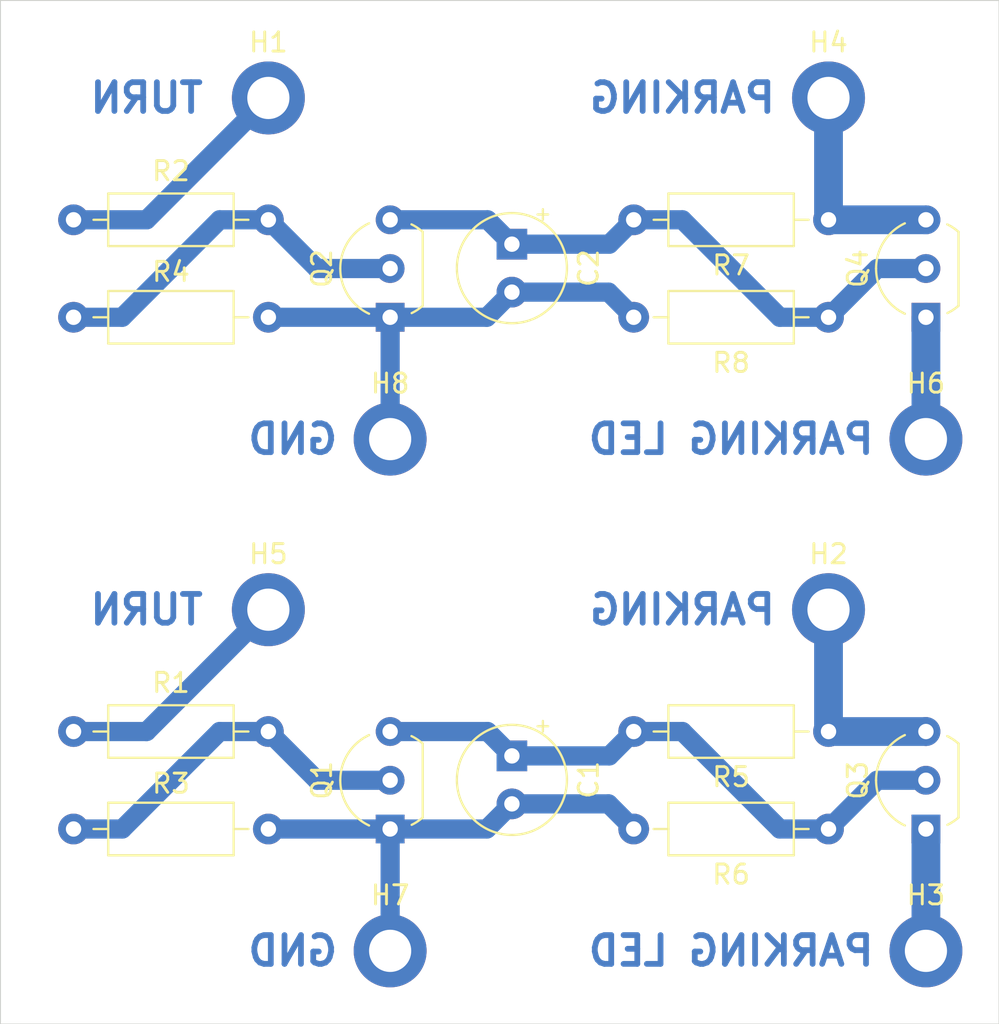
<source format=kicad_pcb>
(kicad_pcb (version 20171130) (host pcbnew "(5.1.10)-1")

  (general
    (thickness 1.6)
    (drawings 13)
    (tracks 50)
    (zones 0)
    (modules 22)
    (nets 13)
  )

  (page A4)
  (layers
    (0 F.Cu signal)
    (31 B.Cu signal)
    (32 B.Adhes user)
    (33 F.Adhes user)
    (34 B.Paste user)
    (35 F.Paste user)
    (36 B.SilkS user)
    (37 F.SilkS user)
    (38 B.Mask user)
    (39 F.Mask user)
    (40 Dwgs.User user)
    (41 Cmts.User user)
    (42 Eco1.User user)
    (43 Eco2.User user)
    (44 Edge.Cuts user)
    (45 Margin user)
    (46 B.CrtYd user hide)
    (47 F.CrtYd user hide)
    (48 B.Fab user hide)
    (49 F.Fab user hide)
  )

  (setup
    (last_trace_width 1)
    (user_trace_width 0.5)
    (user_trace_width 0.75)
    (user_trace_width 1)
    (user_trace_width 1.25)
    (user_trace_width 1.5)
    (user_trace_width 1.75)
    (user_trace_width 2)
    (trace_clearance 0.2)
    (zone_clearance 0.508)
    (zone_45_only no)
    (trace_min 0.2)
    (via_size 0.8)
    (via_drill 0.4)
    (via_min_size 0.4)
    (via_min_drill 0.3)
    (uvia_size 0.3)
    (uvia_drill 0.1)
    (uvias_allowed no)
    (uvia_min_size 0.2)
    (uvia_min_drill 0.1)
    (edge_width 0.05)
    (segment_width 0.2)
    (pcb_text_width 0.3)
    (pcb_text_size 1.5 1.5)
    (mod_edge_width 0.12)
    (mod_text_size 1 1)
    (mod_text_width 0.15)
    (pad_size 1.524 1.524)
    (pad_drill 0.762)
    (pad_to_mask_clearance 0)
    (aux_axis_origin 0 0)
    (visible_elements FFFFFF7F)
    (pcbplotparams
      (layerselection 0x010fc_ffffffff)
      (usegerberextensions false)
      (usegerberattributes true)
      (usegerberadvancedattributes true)
      (creategerberjobfile true)
      (excludeedgelayer true)
      (linewidth 0.100000)
      (plotframeref false)
      (viasonmask false)
      (mode 1)
      (useauxorigin false)
      (hpglpennumber 1)
      (hpglpenspeed 20)
      (hpglpendiameter 15.000000)
      (psnegative false)
      (psa4output false)
      (plotreference true)
      (plotvalue true)
      (plotinvisibletext false)
      (padsonsilk false)
      (subtractmaskfromsilk false)
      (outputformat 1)
      (mirror false)
      (drillshape 1)
      (scaleselection 1)
      (outputdirectory ""))
  )

  (net 0 "")
  (net 1 GND)
  (net 2 "Net-(C1-Pad1)")
  (net 3 "Net-(C2-Pad1)")
  (net 4 "Net-(Q1-Pad2)")
  (net 5 "Net-(Q2-Pad2)")
  (net 6 turn_singnal_in_right)
  (net 7 parking_signal_in_left)
  (net 8 parking_led_left)
  (net 9 parking_signal_in_right)
  (net 10 turn_singnal_in_left)
  (net 11 parking_led_right)
  (net 12 GND1)

  (net_class Default "This is the default net class."
    (clearance 0.2)
    (trace_width 0.25)
    (via_dia 0.8)
    (via_drill 0.4)
    (uvia_dia 0.3)
    (uvia_drill 0.1)
    (add_net GND)
    (add_net GND1)
    (add_net "Net-(C1-Pad1)")
    (add_net "Net-(C2-Pad1)")
    (add_net "Net-(Q1-Pad2)")
    (add_net "Net-(Q2-Pad2)")
    (add_net parking_led_left)
    (add_net parking_led_right)
    (add_net parking_signal_in_left)
    (add_net parking_signal_in_right)
    (add_net turn_singnal_in_left)
    (add_net turn_singnal_in_right)
  )

  (module MountingHole:MountingHole_2.2mm_M2_DIN965_Pad (layer F.Cu) (tedit 56D1B4CB) (tstamp 613A9CEB)
    (at 106.68 119.38)
    (descr "Mounting Hole 2.2mm, M2, DIN965")
    (tags "mounting hole 2.2mm m2 din965")
    (path /613DC69C)
    (attr virtual)
    (fp_text reference H8 (at 0 -2.9) (layer F.SilkS)
      (effects (font (size 1 1) (thickness 0.15)))
    )
    (fp_text value MountingHole_Pad (at 0 2.9) (layer F.Fab)
      (effects (font (size 1 1) (thickness 0.15)))
    )
    (fp_text user %R (at 0.3 0) (layer F.Fab)
      (effects (font (size 1 1) (thickness 0.15)))
    )
    (fp_circle (center 0 0) (end 1.9 0) (layer Cmts.User) (width 0.15))
    (fp_circle (center 0 0) (end 2.15 0) (layer F.CrtYd) (width 0.05))
    (pad 1 thru_hole circle (at 0 0) (size 3.8 3.8) (drill 2.2) (layers *.Cu *.Mask)
      (net 12 GND1))
  )

  (module MountingHole:MountingHole_2.2mm_M2_DIN965_Pad (layer F.Cu) (tedit 56D1B4CB) (tstamp 613A9CE3)
    (at 106.68 146.05)
    (descr "Mounting Hole 2.2mm, M2, DIN965")
    (tags "mounting hole 2.2mm m2 din965")
    (path /613DBB74)
    (attr virtual)
    (fp_text reference H7 (at 0 -2.9) (layer F.SilkS)
      (effects (font (size 1 1) (thickness 0.15)))
    )
    (fp_text value MountingHole_Pad (at 0 2.9) (layer F.Fab)
      (effects (font (size 1 1) (thickness 0.15)))
    )
    (fp_text user %R (at 0.3 0) (layer F.Fab)
      (effects (font (size 1 1) (thickness 0.15)))
    )
    (fp_circle (center 0 0) (end 1.9 0) (layer Cmts.User) (width 0.15))
    (fp_circle (center 0 0) (end 2.15 0) (layer F.CrtYd) (width 0.05))
    (pad 1 thru_hole circle (at 0 0) (size 3.8 3.8) (drill 2.2) (layers *.Cu *.Mask)
      (net 1 GND))
  )

  (module MountingHole:MountingHole_2.2mm_M2_DIN965_Pad (layer F.Cu) (tedit 56D1B4CB) (tstamp 613A8C43)
    (at 134.62 119.38)
    (descr "Mounting Hole 2.2mm, M2, DIN965")
    (tags "mounting hole 2.2mm m2 din965")
    (path /613D4DAF)
    (attr virtual)
    (fp_text reference H6 (at 0 -2.9) (layer F.SilkS)
      (effects (font (size 1 1) (thickness 0.15)))
    )
    (fp_text value MountingHole_Pad (at 0 2.9) (layer F.Fab)
      (effects (font (size 1 1) (thickness 0.15)))
    )
    (fp_text user %R (at 0.3 0) (layer F.Fab)
      (effects (font (size 1 1) (thickness 0.15)))
    )
    (fp_circle (center 0 0) (end 1.9 0) (layer Cmts.User) (width 0.15))
    (fp_circle (center 0 0) (end 2.15 0) (layer F.CrtYd) (width 0.05))
    (pad 1 thru_hole circle (at 0 0) (size 3.8 3.8) (drill 2.2) (layers *.Cu *.Mask)
      (net 11 parking_led_right))
  )

  (module MountingHole:MountingHole_2.2mm_M2_DIN965_Pad (layer F.Cu) (tedit 56D1B4CB) (tstamp 613A8C3B)
    (at 100.33 128.27)
    (descr "Mounting Hole 2.2mm, M2, DIN965")
    (tags "mounting hole 2.2mm m2 din965")
    (path /613D485A)
    (attr virtual)
    (fp_text reference H5 (at 0 -2.9) (layer F.SilkS)
      (effects (font (size 1 1) (thickness 0.15)))
    )
    (fp_text value MountingHole_Pad (at 0 2.9) (layer F.Fab)
      (effects (font (size 1 1) (thickness 0.15)))
    )
    (fp_text user %R (at 0.3 0) (layer F.Fab)
      (effects (font (size 1 1) (thickness 0.15)))
    )
    (fp_circle (center 0 0) (end 1.9 0) (layer Cmts.User) (width 0.15))
    (fp_circle (center 0 0) (end 2.15 0) (layer F.CrtYd) (width 0.05))
    (pad 1 thru_hole circle (at 0 0) (size 3.8 3.8) (drill 2.2) (layers *.Cu *.Mask)
      (net 10 turn_singnal_in_left))
  )

  (module MountingHole:MountingHole_2.2mm_M2_DIN965_Pad (layer F.Cu) (tedit 56D1B4CB) (tstamp 613A8C33)
    (at 129.54 101.6)
    (descr "Mounting Hole 2.2mm, M2, DIN965")
    (tags "mounting hole 2.2mm m2 din965")
    (path /613CEE6C)
    (attr virtual)
    (fp_text reference H4 (at 0 -2.9) (layer F.SilkS)
      (effects (font (size 1 1) (thickness 0.15)))
    )
    (fp_text value MountingHole_Pad (at 0 2.9) (layer F.Fab)
      (effects (font (size 1 1) (thickness 0.15)))
    )
    (fp_text user %R (at 0.3 0) (layer F.Fab)
      (effects (font (size 1 1) (thickness 0.15)))
    )
    (fp_circle (center 0 0) (end 1.9 0) (layer Cmts.User) (width 0.15))
    (fp_circle (center 0 0) (end 2.15 0) (layer F.CrtYd) (width 0.05))
    (pad 1 thru_hole circle (at 0 0) (size 3.8 3.8) (drill 2.2) (layers *.Cu *.Mask)
      (net 9 parking_signal_in_right))
  )

  (module MountingHole:MountingHole_2.2mm_M2_DIN965_Pad (layer F.Cu) (tedit 56D1B4CB) (tstamp 613A8C2B)
    (at 134.62 146.05)
    (descr "Mounting Hole 2.2mm, M2, DIN965")
    (tags "mounting hole 2.2mm m2 din965")
    (path /613D066D)
    (attr virtual)
    (fp_text reference H3 (at 0 -2.9) (layer F.SilkS)
      (effects (font (size 1 1) (thickness 0.15)))
    )
    (fp_text value MountingHole_Pad (at 0 2.9) (layer F.Fab)
      (effects (font (size 1 1) (thickness 0.15)))
    )
    (fp_text user %R (at 0.3 0) (layer F.Fab)
      (effects (font (size 1 1) (thickness 0.15)))
    )
    (fp_circle (center 0 0) (end 1.9 0) (layer Cmts.User) (width 0.15))
    (fp_circle (center 0 0) (end 2.15 0) (layer F.CrtYd) (width 0.05))
    (pad 1 thru_hole circle (at 0 0) (size 3.8 3.8) (drill 2.2) (layers *.Cu *.Mask)
      (net 8 parking_led_left))
  )

  (module MountingHole:MountingHole_2.2mm_M2_DIN965_Pad (layer F.Cu) (tedit 56D1B4CB) (tstamp 613A8C23)
    (at 129.54 128.27)
    (descr "Mounting Hole 2.2mm, M2, DIN965")
    (tags "mounting hole 2.2mm m2 din965")
    (path /613CFB0C)
    (attr virtual)
    (fp_text reference H2 (at 0 -2.9) (layer F.SilkS)
      (effects (font (size 1 1) (thickness 0.15)))
    )
    (fp_text value MountingHole_Pad (at 0 2.9) (layer F.Fab)
      (effects (font (size 1 1) (thickness 0.15)))
    )
    (fp_text user %R (at 0.3 0) (layer F.Fab)
      (effects (font (size 1 1) (thickness 0.15)))
    )
    (fp_circle (center 0 0) (end 1.9 0) (layer Cmts.User) (width 0.15))
    (fp_circle (center 0 0) (end 2.15 0) (layer F.CrtYd) (width 0.05))
    (pad 1 thru_hole circle (at 0 0) (size 3.8 3.8) (drill 2.2) (layers *.Cu *.Mask)
      (net 7 parking_signal_in_left))
  )

  (module MountingHole:MountingHole_2.2mm_M2_DIN965_Pad (layer F.Cu) (tedit 56D1B4CB) (tstamp 613A8C1B)
    (at 100.33 101.6)
    (descr "Mounting Hole 2.2mm, M2, DIN965")
    (tags "mounting hole 2.2mm m2 din965")
    (path /613CE094)
    (attr virtual)
    (fp_text reference H1 (at 0 -2.9) (layer F.SilkS)
      (effects (font (size 1 1) (thickness 0.15)))
    )
    (fp_text value MountingHole_Pad (at 0 2.9) (layer F.Fab)
      (effects (font (size 1 1) (thickness 0.15)))
    )
    (fp_text user %R (at 0.3 0) (layer F.Fab)
      (effects (font (size 1 1) (thickness 0.15)))
    )
    (fp_circle (center 0 0) (end 1.9 0) (layer Cmts.User) (width 0.15))
    (fp_circle (center 0 0) (end 2.15 0) (layer F.CrtYd) (width 0.05))
    (pad 1 thru_hole circle (at 0 0) (size 3.8 3.8) (drill 2.2) (layers *.Cu *.Mask)
      (net 6 turn_singnal_in_right))
  )

  (module Resistor_THT:R_Axial_DIN0207_L6.3mm_D2.5mm_P10.16mm_Horizontal (layer F.Cu) (tedit 5AE5139B) (tstamp 613A7AD5)
    (at 129.54 113.03 180)
    (descr "Resistor, Axial_DIN0207 series, Axial, Horizontal, pin pitch=10.16mm, 0.25W = 1/4W, length*diameter=6.3*2.5mm^2, http://cdn-reichelt.de/documents/datenblatt/B400/1_4W%23YAG.pdf")
    (tags "Resistor Axial_DIN0207 series Axial Horizontal pin pitch 10.16mm 0.25W = 1/4W length 6.3mm diameter 2.5mm")
    (path /613BDBB8)
    (fp_text reference R8 (at 5.08 -2.37) (layer F.SilkS)
      (effects (font (size 1 1) (thickness 0.15)))
    )
    (fp_text value 100K (at 5.08 2.37) (layer F.Fab)
      (effects (font (size 1 1) (thickness 0.15)))
    )
    (fp_text user %R (at 5.08 0) (layer F.Fab)
      (effects (font (size 1 1) (thickness 0.15)))
    )
    (fp_line (start 1.93 -1.25) (end 1.93 1.25) (layer F.Fab) (width 0.1))
    (fp_line (start 1.93 1.25) (end 8.23 1.25) (layer F.Fab) (width 0.1))
    (fp_line (start 8.23 1.25) (end 8.23 -1.25) (layer F.Fab) (width 0.1))
    (fp_line (start 8.23 -1.25) (end 1.93 -1.25) (layer F.Fab) (width 0.1))
    (fp_line (start 0 0) (end 1.93 0) (layer F.Fab) (width 0.1))
    (fp_line (start 10.16 0) (end 8.23 0) (layer F.Fab) (width 0.1))
    (fp_line (start 1.81 -1.37) (end 1.81 1.37) (layer F.SilkS) (width 0.12))
    (fp_line (start 1.81 1.37) (end 8.35 1.37) (layer F.SilkS) (width 0.12))
    (fp_line (start 8.35 1.37) (end 8.35 -1.37) (layer F.SilkS) (width 0.12))
    (fp_line (start 8.35 -1.37) (end 1.81 -1.37) (layer F.SilkS) (width 0.12))
    (fp_line (start 1.04 0) (end 1.81 0) (layer F.SilkS) (width 0.12))
    (fp_line (start 9.12 0) (end 8.35 0) (layer F.SilkS) (width 0.12))
    (fp_line (start -1.05 -1.5) (end -1.05 1.5) (layer F.CrtYd) (width 0.05))
    (fp_line (start -1.05 1.5) (end 11.21 1.5) (layer F.CrtYd) (width 0.05))
    (fp_line (start 11.21 1.5) (end 11.21 -1.5) (layer F.CrtYd) (width 0.05))
    (fp_line (start 11.21 -1.5) (end -1.05 -1.5) (layer F.CrtYd) (width 0.05))
    (pad 2 thru_hole oval (at 10.16 0 180) (size 1.6 1.6) (drill 0.8) (layers *.Cu *.Mask)
      (net 12 GND1))
    (pad 1 thru_hole circle (at 0 0 180) (size 1.6 1.6) (drill 0.8) (layers *.Cu *.Mask)
      (net 3 "Net-(C2-Pad1)"))
    (model ${KISYS3DMOD}/Resistor_THT.3dshapes/R_Axial_DIN0207_L6.3mm_D2.5mm_P10.16mm_Horizontal.wrl
      (at (xyz 0 0 0))
      (scale (xyz 1 1 1))
      (rotate (xyz 0 0 0))
    )
  )

  (module Resistor_THT:R_Axial_DIN0207_L6.3mm_D2.5mm_P10.16mm_Horizontal (layer F.Cu) (tedit 5AE5139B) (tstamp 613A7ABE)
    (at 129.54 107.95 180)
    (descr "Resistor, Axial_DIN0207 series, Axial, Horizontal, pin pitch=10.16mm, 0.25W = 1/4W, length*diameter=6.3*2.5mm^2, http://cdn-reichelt.de/documents/datenblatt/B400/1_4W%23YAG.pdf")
    (tags "Resistor Axial_DIN0207 series Axial Horizontal pin pitch 10.16mm 0.25W = 1/4W length 6.3mm diameter 2.5mm")
    (path /613BDBA3)
    (fp_text reference R7 (at 5.08 -2.37) (layer F.SilkS)
      (effects (font (size 1 1) (thickness 0.15)))
    )
    (fp_text value 10K (at 5.08 2.37) (layer F.Fab)
      (effects (font (size 1 1) (thickness 0.15)))
    )
    (fp_text user %R (at 5.08 0) (layer F.Fab)
      (effects (font (size 1 1) (thickness 0.15)))
    )
    (fp_line (start 1.93 -1.25) (end 1.93 1.25) (layer F.Fab) (width 0.1))
    (fp_line (start 1.93 1.25) (end 8.23 1.25) (layer F.Fab) (width 0.1))
    (fp_line (start 8.23 1.25) (end 8.23 -1.25) (layer F.Fab) (width 0.1))
    (fp_line (start 8.23 -1.25) (end 1.93 -1.25) (layer F.Fab) (width 0.1))
    (fp_line (start 0 0) (end 1.93 0) (layer F.Fab) (width 0.1))
    (fp_line (start 10.16 0) (end 8.23 0) (layer F.Fab) (width 0.1))
    (fp_line (start 1.81 -1.37) (end 1.81 1.37) (layer F.SilkS) (width 0.12))
    (fp_line (start 1.81 1.37) (end 8.35 1.37) (layer F.SilkS) (width 0.12))
    (fp_line (start 8.35 1.37) (end 8.35 -1.37) (layer F.SilkS) (width 0.12))
    (fp_line (start 8.35 -1.37) (end 1.81 -1.37) (layer F.SilkS) (width 0.12))
    (fp_line (start 1.04 0) (end 1.81 0) (layer F.SilkS) (width 0.12))
    (fp_line (start 9.12 0) (end 8.35 0) (layer F.SilkS) (width 0.12))
    (fp_line (start -1.05 -1.5) (end -1.05 1.5) (layer F.CrtYd) (width 0.05))
    (fp_line (start -1.05 1.5) (end 11.21 1.5) (layer F.CrtYd) (width 0.05))
    (fp_line (start 11.21 1.5) (end 11.21 -1.5) (layer F.CrtYd) (width 0.05))
    (fp_line (start 11.21 -1.5) (end -1.05 -1.5) (layer F.CrtYd) (width 0.05))
    (pad 2 thru_hole oval (at 10.16 0 180) (size 1.6 1.6) (drill 0.8) (layers *.Cu *.Mask)
      (net 3 "Net-(C2-Pad1)"))
    (pad 1 thru_hole circle (at 0 0 180) (size 1.6 1.6) (drill 0.8) (layers *.Cu *.Mask)
      (net 9 parking_signal_in_right))
    (model ${KISYS3DMOD}/Resistor_THT.3dshapes/R_Axial_DIN0207_L6.3mm_D2.5mm_P10.16mm_Horizontal.wrl
      (at (xyz 0 0 0))
      (scale (xyz 1 1 1))
      (rotate (xyz 0 0 0))
    )
  )

  (module Resistor_THT:R_Axial_DIN0207_L6.3mm_D2.5mm_P10.16mm_Horizontal (layer F.Cu) (tedit 5AE5139B) (tstamp 613A7AA7)
    (at 129.54 139.7 180)
    (descr "Resistor, Axial_DIN0207 series, Axial, Horizontal, pin pitch=10.16mm, 0.25W = 1/4W, length*diameter=6.3*2.5mm^2, http://cdn-reichelt.de/documents/datenblatt/B400/1_4W%23YAG.pdf")
    (tags "Resistor Axial_DIN0207 series Axial Horizontal pin pitch 10.16mm 0.25W = 1/4W length 6.3mm diameter 2.5mm")
    (path /613A3C93)
    (fp_text reference R6 (at 5.08 -2.37) (layer F.SilkS)
      (effects (font (size 1 1) (thickness 0.15)))
    )
    (fp_text value 100K (at 5.08 2.37) (layer F.Fab)
      (effects (font (size 1 1) (thickness 0.15)))
    )
    (fp_text user %R (at 5.08 0) (layer F.Fab)
      (effects (font (size 1 1) (thickness 0.15)))
    )
    (fp_line (start 1.93 -1.25) (end 1.93 1.25) (layer F.Fab) (width 0.1))
    (fp_line (start 1.93 1.25) (end 8.23 1.25) (layer F.Fab) (width 0.1))
    (fp_line (start 8.23 1.25) (end 8.23 -1.25) (layer F.Fab) (width 0.1))
    (fp_line (start 8.23 -1.25) (end 1.93 -1.25) (layer F.Fab) (width 0.1))
    (fp_line (start 0 0) (end 1.93 0) (layer F.Fab) (width 0.1))
    (fp_line (start 10.16 0) (end 8.23 0) (layer F.Fab) (width 0.1))
    (fp_line (start 1.81 -1.37) (end 1.81 1.37) (layer F.SilkS) (width 0.12))
    (fp_line (start 1.81 1.37) (end 8.35 1.37) (layer F.SilkS) (width 0.12))
    (fp_line (start 8.35 1.37) (end 8.35 -1.37) (layer F.SilkS) (width 0.12))
    (fp_line (start 8.35 -1.37) (end 1.81 -1.37) (layer F.SilkS) (width 0.12))
    (fp_line (start 1.04 0) (end 1.81 0) (layer F.SilkS) (width 0.12))
    (fp_line (start 9.12 0) (end 8.35 0) (layer F.SilkS) (width 0.12))
    (fp_line (start -1.05 -1.5) (end -1.05 1.5) (layer F.CrtYd) (width 0.05))
    (fp_line (start -1.05 1.5) (end 11.21 1.5) (layer F.CrtYd) (width 0.05))
    (fp_line (start 11.21 1.5) (end 11.21 -1.5) (layer F.CrtYd) (width 0.05))
    (fp_line (start 11.21 -1.5) (end -1.05 -1.5) (layer F.CrtYd) (width 0.05))
    (pad 2 thru_hole oval (at 10.16 0 180) (size 1.6 1.6) (drill 0.8) (layers *.Cu *.Mask)
      (net 1 GND))
    (pad 1 thru_hole circle (at 0 0 180) (size 1.6 1.6) (drill 0.8) (layers *.Cu *.Mask)
      (net 2 "Net-(C1-Pad1)"))
    (model ${KISYS3DMOD}/Resistor_THT.3dshapes/R_Axial_DIN0207_L6.3mm_D2.5mm_P10.16mm_Horizontal.wrl
      (at (xyz 0 0 0))
      (scale (xyz 1 1 1))
      (rotate (xyz 0 0 0))
    )
  )

  (module Resistor_THT:R_Axial_DIN0207_L6.3mm_D2.5mm_P10.16mm_Horizontal (layer F.Cu) (tedit 5AE5139B) (tstamp 613A7A90)
    (at 129.54 134.62 180)
    (descr "Resistor, Axial_DIN0207 series, Axial, Horizontal, pin pitch=10.16mm, 0.25W = 1/4W, length*diameter=6.3*2.5mm^2, http://cdn-reichelt.de/documents/datenblatt/B400/1_4W%23YAG.pdf")
    (tags "Resistor Axial_DIN0207 series Axial Horizontal pin pitch 10.16mm 0.25W = 1/4W length 6.3mm diameter 2.5mm")
    (path /6139E3D8)
    (fp_text reference R5 (at 5.08 -2.37) (layer F.SilkS)
      (effects (font (size 1 1) (thickness 0.15)))
    )
    (fp_text value 10K (at 5.08 2.37) (layer F.Fab)
      (effects (font (size 1 1) (thickness 0.15)))
    )
    (fp_text user %R (at 5.08 0) (layer F.Fab)
      (effects (font (size 1 1) (thickness 0.15)))
    )
    (fp_line (start 1.93 -1.25) (end 1.93 1.25) (layer F.Fab) (width 0.1))
    (fp_line (start 1.93 1.25) (end 8.23 1.25) (layer F.Fab) (width 0.1))
    (fp_line (start 8.23 1.25) (end 8.23 -1.25) (layer F.Fab) (width 0.1))
    (fp_line (start 8.23 -1.25) (end 1.93 -1.25) (layer F.Fab) (width 0.1))
    (fp_line (start 0 0) (end 1.93 0) (layer F.Fab) (width 0.1))
    (fp_line (start 10.16 0) (end 8.23 0) (layer F.Fab) (width 0.1))
    (fp_line (start 1.81 -1.37) (end 1.81 1.37) (layer F.SilkS) (width 0.12))
    (fp_line (start 1.81 1.37) (end 8.35 1.37) (layer F.SilkS) (width 0.12))
    (fp_line (start 8.35 1.37) (end 8.35 -1.37) (layer F.SilkS) (width 0.12))
    (fp_line (start 8.35 -1.37) (end 1.81 -1.37) (layer F.SilkS) (width 0.12))
    (fp_line (start 1.04 0) (end 1.81 0) (layer F.SilkS) (width 0.12))
    (fp_line (start 9.12 0) (end 8.35 0) (layer F.SilkS) (width 0.12))
    (fp_line (start -1.05 -1.5) (end -1.05 1.5) (layer F.CrtYd) (width 0.05))
    (fp_line (start -1.05 1.5) (end 11.21 1.5) (layer F.CrtYd) (width 0.05))
    (fp_line (start 11.21 1.5) (end 11.21 -1.5) (layer F.CrtYd) (width 0.05))
    (fp_line (start 11.21 -1.5) (end -1.05 -1.5) (layer F.CrtYd) (width 0.05))
    (pad 2 thru_hole oval (at 10.16 0 180) (size 1.6 1.6) (drill 0.8) (layers *.Cu *.Mask)
      (net 2 "Net-(C1-Pad1)"))
    (pad 1 thru_hole circle (at 0 0 180) (size 1.6 1.6) (drill 0.8) (layers *.Cu *.Mask)
      (net 7 parking_signal_in_left))
    (model ${KISYS3DMOD}/Resistor_THT.3dshapes/R_Axial_DIN0207_L6.3mm_D2.5mm_P10.16mm_Horizontal.wrl
      (at (xyz 0 0 0))
      (scale (xyz 1 1 1))
      (rotate (xyz 0 0 0))
    )
  )

  (module Resistor_THT:R_Axial_DIN0207_L6.3mm_D2.5mm_P10.16mm_Horizontal (layer F.Cu) (tedit 5AE5139B) (tstamp 613A7A79)
    (at 90.17 113.03)
    (descr "Resistor, Axial_DIN0207 series, Axial, Horizontal, pin pitch=10.16mm, 0.25W = 1/4W, length*diameter=6.3*2.5mm^2, http://cdn-reichelt.de/documents/datenblatt/B400/1_4W%23YAG.pdf")
    (tags "Resistor Axial_DIN0207 series Axial Horizontal pin pitch 10.16mm 0.25W = 1/4W length 6.3mm diameter 2.5mm")
    (path /613BDBD3)
    (fp_text reference R4 (at 5.08 -2.37) (layer F.SilkS)
      (effects (font (size 1 1) (thickness 0.15)))
    )
    (fp_text value 100K (at 5.08 2.37) (layer F.Fab)
      (effects (font (size 1 1) (thickness 0.15)))
    )
    (fp_text user %R (at 5.08 0) (layer F.Fab)
      (effects (font (size 1 1) (thickness 0.15)))
    )
    (fp_line (start 1.93 -1.25) (end 1.93 1.25) (layer F.Fab) (width 0.1))
    (fp_line (start 1.93 1.25) (end 8.23 1.25) (layer F.Fab) (width 0.1))
    (fp_line (start 8.23 1.25) (end 8.23 -1.25) (layer F.Fab) (width 0.1))
    (fp_line (start 8.23 -1.25) (end 1.93 -1.25) (layer F.Fab) (width 0.1))
    (fp_line (start 0 0) (end 1.93 0) (layer F.Fab) (width 0.1))
    (fp_line (start 10.16 0) (end 8.23 0) (layer F.Fab) (width 0.1))
    (fp_line (start 1.81 -1.37) (end 1.81 1.37) (layer F.SilkS) (width 0.12))
    (fp_line (start 1.81 1.37) (end 8.35 1.37) (layer F.SilkS) (width 0.12))
    (fp_line (start 8.35 1.37) (end 8.35 -1.37) (layer F.SilkS) (width 0.12))
    (fp_line (start 8.35 -1.37) (end 1.81 -1.37) (layer F.SilkS) (width 0.12))
    (fp_line (start 1.04 0) (end 1.81 0) (layer F.SilkS) (width 0.12))
    (fp_line (start 9.12 0) (end 8.35 0) (layer F.SilkS) (width 0.12))
    (fp_line (start -1.05 -1.5) (end -1.05 1.5) (layer F.CrtYd) (width 0.05))
    (fp_line (start -1.05 1.5) (end 11.21 1.5) (layer F.CrtYd) (width 0.05))
    (fp_line (start 11.21 1.5) (end 11.21 -1.5) (layer F.CrtYd) (width 0.05))
    (fp_line (start 11.21 -1.5) (end -1.05 -1.5) (layer F.CrtYd) (width 0.05))
    (pad 2 thru_hole oval (at 10.16 0) (size 1.6 1.6) (drill 0.8) (layers *.Cu *.Mask)
      (net 12 GND1))
    (pad 1 thru_hole circle (at 0 0) (size 1.6 1.6) (drill 0.8) (layers *.Cu *.Mask)
      (net 5 "Net-(Q2-Pad2)"))
    (model ${KISYS3DMOD}/Resistor_THT.3dshapes/R_Axial_DIN0207_L6.3mm_D2.5mm_P10.16mm_Horizontal.wrl
      (at (xyz 0 0 0))
      (scale (xyz 1 1 1))
      (rotate (xyz 0 0 0))
    )
  )

  (module Resistor_THT:R_Axial_DIN0207_L6.3mm_D2.5mm_P10.16mm_Horizontal (layer F.Cu) (tedit 5AE5139B) (tstamp 613A7A62)
    (at 90.17 139.7)
    (descr "Resistor, Axial_DIN0207 series, Axial, Horizontal, pin pitch=10.16mm, 0.25W = 1/4W, length*diameter=6.3*2.5mm^2, http://cdn-reichelt.de/documents/datenblatt/B400/1_4W%23YAG.pdf")
    (tags "Resistor Axial_DIN0207 series Axial Horizontal pin pitch 10.16mm 0.25W = 1/4W length 6.3mm diameter 2.5mm")
    (path /613A5C47)
    (fp_text reference R3 (at 5.08 -2.37) (layer F.SilkS)
      (effects (font (size 1 1) (thickness 0.15)))
    )
    (fp_text value 100K (at 5.08 2.37) (layer F.Fab)
      (effects (font (size 1 1) (thickness 0.15)))
    )
    (fp_text user %R (at 5.08 0) (layer F.Fab)
      (effects (font (size 1 1) (thickness 0.15)))
    )
    (fp_line (start 1.93 -1.25) (end 1.93 1.25) (layer F.Fab) (width 0.1))
    (fp_line (start 1.93 1.25) (end 8.23 1.25) (layer F.Fab) (width 0.1))
    (fp_line (start 8.23 1.25) (end 8.23 -1.25) (layer F.Fab) (width 0.1))
    (fp_line (start 8.23 -1.25) (end 1.93 -1.25) (layer F.Fab) (width 0.1))
    (fp_line (start 0 0) (end 1.93 0) (layer F.Fab) (width 0.1))
    (fp_line (start 10.16 0) (end 8.23 0) (layer F.Fab) (width 0.1))
    (fp_line (start 1.81 -1.37) (end 1.81 1.37) (layer F.SilkS) (width 0.12))
    (fp_line (start 1.81 1.37) (end 8.35 1.37) (layer F.SilkS) (width 0.12))
    (fp_line (start 8.35 1.37) (end 8.35 -1.37) (layer F.SilkS) (width 0.12))
    (fp_line (start 8.35 -1.37) (end 1.81 -1.37) (layer F.SilkS) (width 0.12))
    (fp_line (start 1.04 0) (end 1.81 0) (layer F.SilkS) (width 0.12))
    (fp_line (start 9.12 0) (end 8.35 0) (layer F.SilkS) (width 0.12))
    (fp_line (start -1.05 -1.5) (end -1.05 1.5) (layer F.CrtYd) (width 0.05))
    (fp_line (start -1.05 1.5) (end 11.21 1.5) (layer F.CrtYd) (width 0.05))
    (fp_line (start 11.21 1.5) (end 11.21 -1.5) (layer F.CrtYd) (width 0.05))
    (fp_line (start 11.21 -1.5) (end -1.05 -1.5) (layer F.CrtYd) (width 0.05))
    (pad 2 thru_hole oval (at 10.16 0) (size 1.6 1.6) (drill 0.8) (layers *.Cu *.Mask)
      (net 1 GND))
    (pad 1 thru_hole circle (at 0 0) (size 1.6 1.6) (drill 0.8) (layers *.Cu *.Mask)
      (net 4 "Net-(Q1-Pad2)"))
    (model ${KISYS3DMOD}/Resistor_THT.3dshapes/R_Axial_DIN0207_L6.3mm_D2.5mm_P10.16mm_Horizontal.wrl
      (at (xyz 0 0 0))
      (scale (xyz 1 1 1))
      (rotate (xyz 0 0 0))
    )
  )

  (module Resistor_THT:R_Axial_DIN0207_L6.3mm_D2.5mm_P10.16mm_Horizontal (layer F.Cu) (tedit 5AE5139B) (tstamp 613A7A4B)
    (at 100.33 107.95 180)
    (descr "Resistor, Axial_DIN0207 series, Axial, Horizontal, pin pitch=10.16mm, 0.25W = 1/4W, length*diameter=6.3*2.5mm^2, http://cdn-reichelt.de/documents/datenblatt/B400/1_4W%23YAG.pdf")
    (tags "Resistor Axial_DIN0207 series Axial Horizontal pin pitch 10.16mm 0.25W = 1/4W length 6.3mm diameter 2.5mm")
    (path /613BDBDC)
    (fp_text reference R2 (at 5.08 2.54) (layer F.SilkS)
      (effects (font (size 1 1) (thickness 0.15)))
    )
    (fp_text value 10K (at 5.08 2.37) (layer F.Fab)
      (effects (font (size 1 1) (thickness 0.15)))
    )
    (fp_text user %R (at 5.08 0) (layer F.Fab)
      (effects (font (size 1 1) (thickness 0.15)))
    )
    (fp_line (start 1.93 -1.25) (end 1.93 1.25) (layer F.Fab) (width 0.1))
    (fp_line (start 1.93 1.25) (end 8.23 1.25) (layer F.Fab) (width 0.1))
    (fp_line (start 8.23 1.25) (end 8.23 -1.25) (layer F.Fab) (width 0.1))
    (fp_line (start 8.23 -1.25) (end 1.93 -1.25) (layer F.Fab) (width 0.1))
    (fp_line (start 0 0) (end 1.93 0) (layer F.Fab) (width 0.1))
    (fp_line (start 10.16 0) (end 8.23 0) (layer F.Fab) (width 0.1))
    (fp_line (start 1.81 -1.37) (end 1.81 1.37) (layer F.SilkS) (width 0.12))
    (fp_line (start 1.81 1.37) (end 8.35 1.37) (layer F.SilkS) (width 0.12))
    (fp_line (start 8.35 1.37) (end 8.35 -1.37) (layer F.SilkS) (width 0.12))
    (fp_line (start 8.35 -1.37) (end 1.81 -1.37) (layer F.SilkS) (width 0.12))
    (fp_line (start 1.04 0) (end 1.81 0) (layer F.SilkS) (width 0.12))
    (fp_line (start 9.12 0) (end 8.35 0) (layer F.SilkS) (width 0.12))
    (fp_line (start -1.05 -1.5) (end -1.05 1.5) (layer F.CrtYd) (width 0.05))
    (fp_line (start -1.05 1.5) (end 11.21 1.5) (layer F.CrtYd) (width 0.05))
    (fp_line (start 11.21 1.5) (end 11.21 -1.5) (layer F.CrtYd) (width 0.05))
    (fp_line (start 11.21 -1.5) (end -1.05 -1.5) (layer F.CrtYd) (width 0.05))
    (pad 2 thru_hole oval (at 10.16 0 180) (size 1.6 1.6) (drill 0.8) (layers *.Cu *.Mask)
      (net 6 turn_singnal_in_right))
    (pad 1 thru_hole circle (at 0 0 180) (size 1.6 1.6) (drill 0.8) (layers *.Cu *.Mask)
      (net 5 "Net-(Q2-Pad2)"))
    (model ${KISYS3DMOD}/Resistor_THT.3dshapes/R_Axial_DIN0207_L6.3mm_D2.5mm_P10.16mm_Horizontal.wrl
      (at (xyz 0 0 0))
      (scale (xyz 1 1 1))
      (rotate (xyz 0 0 0))
    )
  )

  (module Resistor_THT:R_Axial_DIN0207_L6.3mm_D2.5mm_P10.16mm_Horizontal (layer F.Cu) (tedit 5AE5139B) (tstamp 613A7A34)
    (at 100.33 134.62 180)
    (descr "Resistor, Axial_DIN0207 series, Axial, Horizontal, pin pitch=10.16mm, 0.25W = 1/4W, length*diameter=6.3*2.5mm^2, http://cdn-reichelt.de/documents/datenblatt/B400/1_4W%23YAG.pdf")
    (tags "Resistor Axial_DIN0207 series Axial Horizontal pin pitch 10.16mm 0.25W = 1/4W length 6.3mm diameter 2.5mm")
    (path /6139EC91)
    (fp_text reference R1 (at 5.08 2.54) (layer F.SilkS)
      (effects (font (size 1 1) (thickness 0.15)))
    )
    (fp_text value 10K (at 5.08 2.37) (layer F.Fab)
      (effects (font (size 1 1) (thickness 0.15)))
    )
    (fp_text user %R (at 5.08 0) (layer F.Fab)
      (effects (font (size 1 1) (thickness 0.15)))
    )
    (fp_line (start 1.93 -1.25) (end 1.93 1.25) (layer F.Fab) (width 0.1))
    (fp_line (start 1.93 1.25) (end 8.23 1.25) (layer F.Fab) (width 0.1))
    (fp_line (start 8.23 1.25) (end 8.23 -1.25) (layer F.Fab) (width 0.1))
    (fp_line (start 8.23 -1.25) (end 1.93 -1.25) (layer F.Fab) (width 0.1))
    (fp_line (start 0 0) (end 1.93 0) (layer F.Fab) (width 0.1))
    (fp_line (start 10.16 0) (end 8.23 0) (layer F.Fab) (width 0.1))
    (fp_line (start 1.81 -1.37) (end 1.81 1.37) (layer F.SilkS) (width 0.12))
    (fp_line (start 1.81 1.37) (end 8.35 1.37) (layer F.SilkS) (width 0.12))
    (fp_line (start 8.35 1.37) (end 8.35 -1.37) (layer F.SilkS) (width 0.12))
    (fp_line (start 8.35 -1.37) (end 1.81 -1.37) (layer F.SilkS) (width 0.12))
    (fp_line (start 1.04 0) (end 1.81 0) (layer F.SilkS) (width 0.12))
    (fp_line (start 9.12 0) (end 8.35 0) (layer F.SilkS) (width 0.12))
    (fp_line (start -1.05 -1.5) (end -1.05 1.5) (layer F.CrtYd) (width 0.05))
    (fp_line (start -1.05 1.5) (end 11.21 1.5) (layer F.CrtYd) (width 0.05))
    (fp_line (start 11.21 1.5) (end 11.21 -1.5) (layer F.CrtYd) (width 0.05))
    (fp_line (start 11.21 -1.5) (end -1.05 -1.5) (layer F.CrtYd) (width 0.05))
    (pad 2 thru_hole oval (at 10.16 0 180) (size 1.6 1.6) (drill 0.8) (layers *.Cu *.Mask)
      (net 10 turn_singnal_in_left))
    (pad 1 thru_hole circle (at 0 0 180) (size 1.6 1.6) (drill 0.8) (layers *.Cu *.Mask)
      (net 4 "Net-(Q1-Pad2)"))
    (model ${KISYS3DMOD}/Resistor_THT.3dshapes/R_Axial_DIN0207_L6.3mm_D2.5mm_P10.16mm_Horizontal.wrl
      (at (xyz 0 0 0))
      (scale (xyz 1 1 1))
      (rotate (xyz 0 0 0))
    )
  )

  (module Package_TO_SOT_THT:TO-92L_Inline_Wide (layer F.Cu) (tedit 5A11996A) (tstamp 613A7A1D)
    (at 134.62 113.03 90)
    (descr "TO-92L leads in-line (large body variant of TO-92), also known as TO-226, wide, drill 0.75mm (see https://www.diodes.com/assets/Package-Files/TO92L.pdf and http://www.ti.com/lit/an/snoa059/snoa059.pdf)")
    (tags "TO-92L Inline Wide transistor")
    (path /613BDBB0)
    (fp_text reference Q4 (at 2.54 -3.56 90) (layer F.SilkS)
      (effects (font (size 1 1) (thickness 0.15)))
    )
    (fp_text value S8050 (at 2.54 2.79 90) (layer F.Fab)
      (effects (font (size 1 1) (thickness 0.15)))
    )
    (fp_arc (start 2.54 0) (end 4.45 1.7) (angle -15.88591585) (layer F.SilkS) (width 0.12))
    (fp_arc (start 2.54 0) (end 2.54 -2.48) (angle -130.2499344) (layer F.Fab) (width 0.1))
    (fp_arc (start 2.54 0) (end 2.54 -2.48) (angle 129.9527847) (layer F.Fab) (width 0.1))
    (fp_arc (start 2.54 0) (end 2.54 -2.6) (angle 65) (layer F.SilkS) (width 0.12))
    (fp_arc (start 2.54 0) (end 2.54 -2.6) (angle -65) (layer F.SilkS) (width 0.12))
    (fp_arc (start 2.54 0) (end 0.6 1.7) (angle 15.44288892) (layer F.SilkS) (width 0.12))
    (fp_text user %R (at 2.54 0 90) (layer F.Fab)
      (effects (font (size 1 1) (thickness 0.15)))
    )
    (fp_line (start 0.6 1.7) (end 4.45 1.7) (layer F.SilkS) (width 0.12))
    (fp_line (start 0.65 1.6) (end 4.4 1.6) (layer F.Fab) (width 0.1))
    (fp_line (start -1 -2.75) (end 6.1 -2.75) (layer F.CrtYd) (width 0.05))
    (fp_line (start -1 -2.75) (end -1 1.85) (layer F.CrtYd) (width 0.05))
    (fp_line (start 6.1 1.85) (end 6.1 -2.75) (layer F.CrtYd) (width 0.05))
    (fp_line (start 6.1 1.85) (end -1 1.85) (layer F.CrtYd) (width 0.05))
    (pad 1 thru_hole rect (at 0 0 90) (size 1.5 1.5) (drill 0.8) (layers *.Cu *.Mask)
      (net 11 parking_led_right))
    (pad 3 thru_hole circle (at 5.08 0 90) (size 1.5 1.5) (drill 0.8) (layers *.Cu *.Mask)
      (net 9 parking_signal_in_right))
    (pad 2 thru_hole circle (at 2.54 0 90) (size 1.5 1.5) (drill 0.8) (layers *.Cu *.Mask)
      (net 3 "Net-(C2-Pad1)"))
    (model ${KISYS3DMOD}/Package_TO_SOT_THT.3dshapes/TO-92L_Inline_Wide.wrl
      (at (xyz 0 0 0))
      (scale (xyz 1 1 1))
      (rotate (xyz 0 0 0))
    )
  )

  (module Package_TO_SOT_THT:TO-92L_Inline_Wide (layer F.Cu) (tedit 5A11996A) (tstamp 613A7A09)
    (at 134.62 139.7 90)
    (descr "TO-92L leads in-line (large body variant of TO-92), also known as TO-226, wide, drill 0.75mm (see https://www.diodes.com/assets/Package-Files/TO92L.pdf and http://www.ti.com/lit/an/snoa059/snoa059.pdf)")
    (tags "TO-92L Inline Wide transistor")
    (path /6139D2CC)
    (fp_text reference Q3 (at 2.54 -3.56 90) (layer F.SilkS)
      (effects (font (size 1 1) (thickness 0.15)))
    )
    (fp_text value S8050 (at 2.54 2.79 90) (layer F.Fab)
      (effects (font (size 1 1) (thickness 0.15)))
    )
    (fp_arc (start 2.54 0) (end 4.45 1.7) (angle -15.88591585) (layer F.SilkS) (width 0.12))
    (fp_arc (start 2.54 0) (end 2.54 -2.48) (angle -130.2499344) (layer F.Fab) (width 0.1))
    (fp_arc (start 2.54 0) (end 2.54 -2.48) (angle 129.9527847) (layer F.Fab) (width 0.1))
    (fp_arc (start 2.54 0) (end 2.54 -2.6) (angle 65) (layer F.SilkS) (width 0.12))
    (fp_arc (start 2.54 0) (end 2.54 -2.6) (angle -65) (layer F.SilkS) (width 0.12))
    (fp_arc (start 2.54 0) (end 0.6 1.7) (angle 15.44288892) (layer F.SilkS) (width 0.12))
    (fp_text user %R (at 2.54 0 90) (layer F.Fab)
      (effects (font (size 1 1) (thickness 0.15)))
    )
    (fp_line (start 0.6 1.7) (end 4.45 1.7) (layer F.SilkS) (width 0.12))
    (fp_line (start 0.65 1.6) (end 4.4 1.6) (layer F.Fab) (width 0.1))
    (fp_line (start -1 -2.75) (end 6.1 -2.75) (layer F.CrtYd) (width 0.05))
    (fp_line (start -1 -2.75) (end -1 1.85) (layer F.CrtYd) (width 0.05))
    (fp_line (start 6.1 1.85) (end 6.1 -2.75) (layer F.CrtYd) (width 0.05))
    (fp_line (start 6.1 1.85) (end -1 1.85) (layer F.CrtYd) (width 0.05))
    (pad 1 thru_hole rect (at 0 0 90) (size 1.5 1.5) (drill 0.8) (layers *.Cu *.Mask)
      (net 8 parking_led_left))
    (pad 3 thru_hole circle (at 5.08 0 90) (size 1.5 1.5) (drill 0.8) (layers *.Cu *.Mask)
      (net 7 parking_signal_in_left))
    (pad 2 thru_hole circle (at 2.54 0 90) (size 1.5 1.5) (drill 0.8) (layers *.Cu *.Mask)
      (net 2 "Net-(C1-Pad1)"))
    (model ${KISYS3DMOD}/Package_TO_SOT_THT.3dshapes/TO-92L_Inline_Wide.wrl
      (at (xyz 0 0 0))
      (scale (xyz 1 1 1))
      (rotate (xyz 0 0 0))
    )
  )

  (module Package_TO_SOT_THT:TO-92L_Inline_Wide (layer F.Cu) (tedit 5A11996A) (tstamp 613A79F5)
    (at 106.68 113.03 90)
    (descr "TO-92L leads in-line (large body variant of TO-92), also known as TO-226, wide, drill 0.75mm (see https://www.diodes.com/assets/Package-Files/TO92L.pdf and http://www.ti.com/lit/an/snoa059/snoa059.pdf)")
    (tags "TO-92L Inline Wide transistor")
    (path /613BDBA9)
    (fp_text reference Q2 (at 2.54 -3.56 90) (layer F.SilkS)
      (effects (font (size 1 1) (thickness 0.15)))
    )
    (fp_text value S8050 (at 2.54 2.79 90) (layer F.Fab)
      (effects (font (size 1 1) (thickness 0.15)))
    )
    (fp_arc (start 2.54 0) (end 4.45 1.7) (angle -15.88591585) (layer F.SilkS) (width 0.12))
    (fp_arc (start 2.54 0) (end 2.54 -2.48) (angle -130.2499344) (layer F.Fab) (width 0.1))
    (fp_arc (start 2.54 0) (end 2.54 -2.48) (angle 129.9527847) (layer F.Fab) (width 0.1))
    (fp_arc (start 2.54 0) (end 2.54 -2.6) (angle 65) (layer F.SilkS) (width 0.12))
    (fp_arc (start 2.54 0) (end 2.54 -2.6) (angle -65) (layer F.SilkS) (width 0.12))
    (fp_arc (start 2.54 0) (end 0.6 1.7) (angle 15.44288892) (layer F.SilkS) (width 0.12))
    (fp_text user %R (at 2.54 0 90) (layer F.Fab)
      (effects (font (size 1 1) (thickness 0.15)))
    )
    (fp_line (start 0.6 1.7) (end 4.45 1.7) (layer F.SilkS) (width 0.12))
    (fp_line (start 0.65 1.6) (end 4.4 1.6) (layer F.Fab) (width 0.1))
    (fp_line (start -1 -2.75) (end 6.1 -2.75) (layer F.CrtYd) (width 0.05))
    (fp_line (start -1 -2.75) (end -1 1.85) (layer F.CrtYd) (width 0.05))
    (fp_line (start 6.1 1.85) (end 6.1 -2.75) (layer F.CrtYd) (width 0.05))
    (fp_line (start 6.1 1.85) (end -1 1.85) (layer F.CrtYd) (width 0.05))
    (pad 1 thru_hole rect (at 0 0 90) (size 1.5 1.5) (drill 0.8) (layers *.Cu *.Mask)
      (net 12 GND1))
    (pad 3 thru_hole circle (at 5.08 0 90) (size 1.5 1.5) (drill 0.8) (layers *.Cu *.Mask)
      (net 3 "Net-(C2-Pad1)"))
    (pad 2 thru_hole circle (at 2.54 0 90) (size 1.5 1.5) (drill 0.8) (layers *.Cu *.Mask)
      (net 5 "Net-(Q2-Pad2)"))
    (model ${KISYS3DMOD}/Package_TO_SOT_THT.3dshapes/TO-92L_Inline_Wide.wrl
      (at (xyz 0 0 0))
      (scale (xyz 1 1 1))
      (rotate (xyz 0 0 0))
    )
  )

  (module Package_TO_SOT_THT:TO-92L_Inline_Wide (layer F.Cu) (tedit 5A11996A) (tstamp 613A79E1)
    (at 106.68 139.7 90)
    (descr "TO-92L leads in-line (large body variant of TO-92), also known as TO-226, wide, drill 0.75mm (see https://www.diodes.com/assets/Package-Files/TO92L.pdf and http://www.ti.com/lit/an/snoa059/snoa059.pdf)")
    (tags "TO-92L Inline Wide transistor")
    (path /6139E8CD)
    (fp_text reference Q1 (at 2.54 -3.56 90) (layer F.SilkS)
      (effects (font (size 1 1) (thickness 0.15)))
    )
    (fp_text value S8050 (at 2.54 2.79 90) (layer F.Fab)
      (effects (font (size 1 1) (thickness 0.15)))
    )
    (fp_arc (start 2.54 0) (end 4.45 1.7) (angle -15.88591585) (layer F.SilkS) (width 0.12))
    (fp_arc (start 2.54 0) (end 2.54 -2.48) (angle -130.2499344) (layer F.Fab) (width 0.1))
    (fp_arc (start 2.54 0) (end 2.54 -2.48) (angle 129.9527847) (layer F.Fab) (width 0.1))
    (fp_arc (start 2.54 0) (end 2.54 -2.6) (angle 65) (layer F.SilkS) (width 0.12))
    (fp_arc (start 2.54 0) (end 2.54 -2.6) (angle -65) (layer F.SilkS) (width 0.12))
    (fp_arc (start 2.54 0) (end 0.6 1.7) (angle 15.44288892) (layer F.SilkS) (width 0.12))
    (fp_text user %R (at 2.54 0 90) (layer F.Fab)
      (effects (font (size 1 1) (thickness 0.15)))
    )
    (fp_line (start 0.6 1.7) (end 4.45 1.7) (layer F.SilkS) (width 0.12))
    (fp_line (start 0.65 1.6) (end 4.4 1.6) (layer F.Fab) (width 0.1))
    (fp_line (start -1 -2.75) (end 6.1 -2.75) (layer F.CrtYd) (width 0.05))
    (fp_line (start -1 -2.75) (end -1 1.85) (layer F.CrtYd) (width 0.05))
    (fp_line (start 6.1 1.85) (end 6.1 -2.75) (layer F.CrtYd) (width 0.05))
    (fp_line (start 6.1 1.85) (end -1 1.85) (layer F.CrtYd) (width 0.05))
    (pad 1 thru_hole rect (at 0 0 90) (size 1.5 1.5) (drill 0.8) (layers *.Cu *.Mask)
      (net 1 GND))
    (pad 3 thru_hole circle (at 5.08 0 90) (size 1.5 1.5) (drill 0.8) (layers *.Cu *.Mask)
      (net 2 "Net-(C1-Pad1)"))
    (pad 2 thru_hole circle (at 2.54 0 90) (size 1.5 1.5) (drill 0.8) (layers *.Cu *.Mask)
      (net 4 "Net-(Q1-Pad2)"))
    (model ${KISYS3DMOD}/Package_TO_SOT_THT.3dshapes/TO-92L_Inline_Wide.wrl
      (at (xyz 0 0 0))
      (scale (xyz 1 1 1))
      (rotate (xyz 0 0 0))
    )
  )

  (module Capacitor_THT:CP_Radial_Tantal_D5.5mm_P2.50mm (layer F.Cu) (tedit 5AE50EF0) (tstamp 613A79CD)
    (at 113.03 109.22 270)
    (descr "CP, Radial_Tantal series, Radial, pin pitch=2.50mm, , diameter=5.5mm, Tantal Electrolytic Capacitor, http://cdn-reichelt.de/documents/datenblatt/B300/TANTAL-TB-Serie%23.pdf")
    (tags "CP Radial_Tantal series Radial pin pitch 2.50mm  diameter 5.5mm Tantal Electrolytic Capacitor")
    (path /613BDBBE)
    (fp_text reference C2 (at 1.25 -4 90) (layer F.SilkS)
      (effects (font (size 1 1) (thickness 0.15)))
    )
    (fp_text value CP (at 1.25 4 90) (layer F.Fab)
      (effects (font (size 1 1) (thickness 0.15)))
    )
    (fp_text user %R (at 1.25 0 90) (layer F.Fab)
      (effects (font (size 1 1) (thickness 0.15)))
    )
    (fp_circle (center 1.25 0) (end 4 0) (layer F.Fab) (width 0.1))
    (fp_circle (center 1.25 0) (end 4.12 0) (layer F.SilkS) (width 0.12))
    (fp_circle (center 1.25 0) (end 4.25 0) (layer F.CrtYd) (width 0.05))
    (fp_line (start -1.099131 -1.1975) (end -0.549131 -1.1975) (layer F.Fab) (width 0.1))
    (fp_line (start -0.824131 -1.4725) (end -0.824131 -0.9225) (layer F.Fab) (width 0.1))
    (fp_line (start -1.822262 -1.615) (end -1.272262 -1.615) (layer F.SilkS) (width 0.12))
    (fp_line (start -1.547262 -1.89) (end -1.547262 -1.34) (layer F.SilkS) (width 0.12))
    (pad 2 thru_hole circle (at 2.5 0 270) (size 1.6 1.6) (drill 0.8) (layers *.Cu *.Mask)
      (net 12 GND1))
    (pad 1 thru_hole rect (at 0 0 270) (size 1.6 1.6) (drill 0.8) (layers *.Cu *.Mask)
      (net 3 "Net-(C2-Pad1)"))
    (model ${KISYS3DMOD}/Capacitor_THT.3dshapes/CP_Radial_Tantal_D5.5mm_P2.50mm.wrl
      (at (xyz 0 0 0))
      (scale (xyz 1 1 1))
      (rotate (xyz 0 0 0))
    )
  )

  (module Capacitor_THT:CP_Radial_Tantal_D5.5mm_P2.50mm (layer F.Cu) (tedit 5AE50EF0) (tstamp 613A79BF)
    (at 113.03 135.89 270)
    (descr "CP, Radial_Tantal series, Radial, pin pitch=2.50mm, , diameter=5.5mm, Tantal Electrolytic Capacitor, http://cdn-reichelt.de/documents/datenblatt/B300/TANTAL-TB-Serie%23.pdf")
    (tags "CP Radial_Tantal series Radial pin pitch 2.50mm  diameter 5.5mm Tantal Electrolytic Capacitor")
    (path /613A4AD8)
    (fp_text reference C1 (at 1.25 -4 90) (layer F.SilkS)
      (effects (font (size 1 1) (thickness 0.15)))
    )
    (fp_text value CP (at 1.25 4 90) (layer F.Fab)
      (effects (font (size 1 1) (thickness 0.15)))
    )
    (fp_text user %R (at 1.25 0 90) (layer F.Fab)
      (effects (font (size 1 1) (thickness 0.15)))
    )
    (fp_circle (center 1.25 0) (end 4 0) (layer F.Fab) (width 0.1))
    (fp_circle (center 1.25 0) (end 4.12 0) (layer F.SilkS) (width 0.12))
    (fp_circle (center 1.25 0) (end 4.25 0) (layer F.CrtYd) (width 0.05))
    (fp_line (start -1.099131 -1.1975) (end -0.549131 -1.1975) (layer F.Fab) (width 0.1))
    (fp_line (start -0.824131 -1.4725) (end -0.824131 -0.9225) (layer F.Fab) (width 0.1))
    (fp_line (start -1.822262 -1.615) (end -1.272262 -1.615) (layer F.SilkS) (width 0.12))
    (fp_line (start -1.547262 -1.89) (end -1.547262 -1.34) (layer F.SilkS) (width 0.12))
    (pad 2 thru_hole circle (at 2.5 0 270) (size 1.6 1.6) (drill 0.8) (layers *.Cu *.Mask)
      (net 1 GND))
    (pad 1 thru_hole rect (at 0 0 270) (size 1.6 1.6) (drill 0.8) (layers *.Cu *.Mask)
      (net 2 "Net-(C1-Pad1)"))
    (model ${KISYS3DMOD}/Capacitor_THT.3dshapes/CP_Radial_Tantal_D5.5mm_P2.50mm.wrl
      (at (xyz 0 0 0))
      (scale (xyz 1 1 1))
      (rotate (xyz 0 0 0))
    )
  )

  (gr_line (start 86.36 96.52) (end 87.63 96.52) (layer Edge.Cuts) (width 0.05) (tstamp 613A9F11))
  (gr_line (start 86.36 149.86) (end 86.36 96.52) (layer Edge.Cuts) (width 0.05))
  (gr_line (start 138.43 149.86) (end 86.36 149.86) (layer Edge.Cuts) (width 0.05))
  (gr_line (start 138.43 96.52) (end 138.43 149.86) (layer Edge.Cuts) (width 0.05))
  (gr_line (start 87.63 96.52) (end 138.43 96.52) (layer Edge.Cuts) (width 0.05))
  (gr_text GND (at 101.6 146.05) (layer B.Cu) (tstamp 613A9F0F)
    (effects (font (size 1.5 1.5) (thickness 0.3)) (justify mirror))
  )
  (gr_text GND (at 101.6 119.38) (layer B.Cu) (tstamp 613A9F0A)
    (effects (font (size 1.5 1.5) (thickness 0.3)) (justify mirror))
  )
  (gr_text "PARKING LED" (at 124.46 146.05) (layer B.Cu) (tstamp 613A99C3)
    (effects (font (size 1.5 1.5) (thickness 0.3)) (justify mirror))
  )
  (gr_text "PARKING LED" (at 124.46 119.38) (layer B.Cu) (tstamp 613A99BD)
    (effects (font (size 1.5 1.5) (thickness 0.3)) (justify mirror))
  )
  (gr_text PARKING (at 121.92 128.27) (layer B.Cu) (tstamp 613A99BA)
    (effects (font (size 1.5 1.5) (thickness 0.3)) (justify mirror))
  )
  (gr_text TURN (at 93.98 128.27) (layer B.Cu) (tstamp 613A99B3)
    (effects (font (size 1.5 1.5) (thickness 0.3)) (justify mirror))
  )
  (gr_text PARKING (at 121.92 101.6) (layer B.Cu) (tstamp 613A99AB)
    (effects (font (size 1.5 1.5) (thickness 0.3)) (justify mirror))
  )
  (gr_text TURN (at 93.98 101.6) (layer B.Cu)
    (effects (font (size 1.5 1.5) (thickness 0.3)) (justify mirror))
  )

  (segment (start 111.72 139.7) (end 113.03 138.39) (width 1) (layer B.Cu) (net 1))
  (segment (start 106.68 139.7) (end 111.72 139.7) (width 1) (layer B.Cu) (net 1))
  (segment (start 100.33 139.7) (end 106.68 139.7) (width 1) (layer B.Cu) (net 1))
  (segment (start 118.07 138.39) (end 119.38 139.7) (width 1) (layer B.Cu) (net 1))
  (segment (start 113.03 138.39) (end 118.07 138.39) (width 1) (layer B.Cu) (net 1))
  (segment (start 106.68 146.05) (end 106.68 139.7) (width 1) (layer B.Cu) (net 1))
  (segment (start 100.33 113.03) (end 106.68 113.03) (width 1) (layer B.Cu) (net 12))
  (segment (start 111.72 113.03) (end 113.03 111.72) (width 1) (layer B.Cu) (net 12))
  (segment (start 106.68 113.03) (end 111.72 113.03) (width 1) (layer B.Cu) (net 12))
  (segment (start 118.07 111.72) (end 119.38 113.03) (width 1) (layer B.Cu) (net 12))
  (segment (start 113.03 111.72) (end 118.07 111.72) (width 1) (layer B.Cu) (net 12))
  (segment (start 111.76 134.62) (end 113.03 135.89) (width 1) (layer B.Cu) (net 2))
  (segment (start 106.68 134.62) (end 111.76 134.62) (width 1) (layer B.Cu) (net 2))
  (segment (start 118.11 135.89) (end 119.38 134.62) (width 1) (layer B.Cu) (net 2))
  (segment (start 113.03 135.89) (end 118.11 135.89) (width 1) (layer B.Cu) (net 2))
  (segment (start 119.38 134.62) (end 121.92 134.62) (width 1) (layer B.Cu) (net 2))
  (segment (start 127 139.7) (end 129.54 139.7) (width 1) (layer B.Cu) (net 2))
  (segment (start 121.92 134.62) (end 127 139.7) (width 1) (layer B.Cu) (net 2))
  (segment (start 132.08 137.16) (end 129.54 139.7) (width 1) (layer B.Cu) (net 2))
  (segment (start 134.62 137.16) (end 132.08 137.16) (width 1) (layer B.Cu) (net 2))
  (segment (start 111.76 107.95) (end 113.03 109.22) (width 1) (layer B.Cu) (net 3))
  (segment (start 106.68 107.95) (end 111.76 107.95) (width 1) (layer B.Cu) (net 3))
  (segment (start 118.11 109.22) (end 119.38 107.95) (width 1) (layer B.Cu) (net 3))
  (segment (start 113.03 109.22) (end 118.11 109.22) (width 1) (layer B.Cu) (net 3))
  (segment (start 119.38 107.95) (end 121.92 107.95) (width 1) (layer B.Cu) (net 3))
  (segment (start 127 113.03) (end 129.54 113.03) (width 1) (layer B.Cu) (net 3))
  (segment (start 121.92 107.95) (end 127 113.03) (width 1) (layer B.Cu) (net 3))
  (segment (start 132.08 110.49) (end 129.54 113.03) (width 1) (layer B.Cu) (net 3))
  (segment (start 134.62 110.49) (end 132.08 110.49) (width 1) (layer B.Cu) (net 3))
  (segment (start 102.87 137.16) (end 100.33 134.62) (width 1) (layer B.Cu) (net 4))
  (segment (start 106.68 137.16) (end 102.87 137.16) (width 1) (layer B.Cu) (net 4))
  (segment (start 90.17 139.7) (end 92.71 139.7) (width 1) (layer B.Cu) (net 4))
  (segment (start 97.79 134.62) (end 100.33 134.62) (width 1) (layer B.Cu) (net 4))
  (segment (start 92.71 139.7) (end 97.79 134.62) (width 1) (layer B.Cu) (net 4))
  (segment (start 90.17 113.03) (end 92.71 113.03) (width 1) (layer B.Cu) (net 5))
  (segment (start 97.79 107.95) (end 100.33 107.95) (width 1) (layer B.Cu) (net 5))
  (segment (start 92.71 113.03) (end 97.79 107.95) (width 1) (layer B.Cu) (net 5))
  (segment (start 102.87 110.49) (end 100.33 107.95) (width 1) (layer B.Cu) (net 5))
  (segment (start 106.68 110.49) (end 102.87 110.49) (width 1) (layer B.Cu) (net 5))
  (segment (start 93.98 107.95) (end 100.33 101.6) (width 1) (layer B.Cu) (net 6))
  (segment (start 90.17 107.95) (end 93.98 107.95) (width 1) (layer B.Cu) (net 6))
  (segment (start 129.54 134.62) (end 134.62 134.62) (width 1.5) (layer B.Cu) (net 7))
  (segment (start 129.54 134.62) (end 129.54 128.27) (width 1.5) (layer B.Cu) (net 7))
  (segment (start 134.62 139.7) (end 134.62 146.05) (width 1.5) (layer B.Cu) (net 8))
  (segment (start 129.54 107.95) (end 134.62 107.95) (width 1.5) (layer B.Cu) (net 9))
  (segment (start 129.54 107.95) (end 129.54 101.6) (width 1.5) (layer B.Cu) (net 9))
  (segment (start 93.98 134.62) (end 100.33 128.27) (width 1) (layer B.Cu) (net 10))
  (segment (start 90.17 134.62) (end 93.98 134.62) (width 1) (layer B.Cu) (net 10))
  (segment (start 134.62 113.03) (end 134.62 119.38) (width 1.5) (layer B.Cu) (net 11))
  (segment (start 106.68 119.38) (end 106.68 113.03) (width 1) (layer B.Cu) (net 12))

)

</source>
